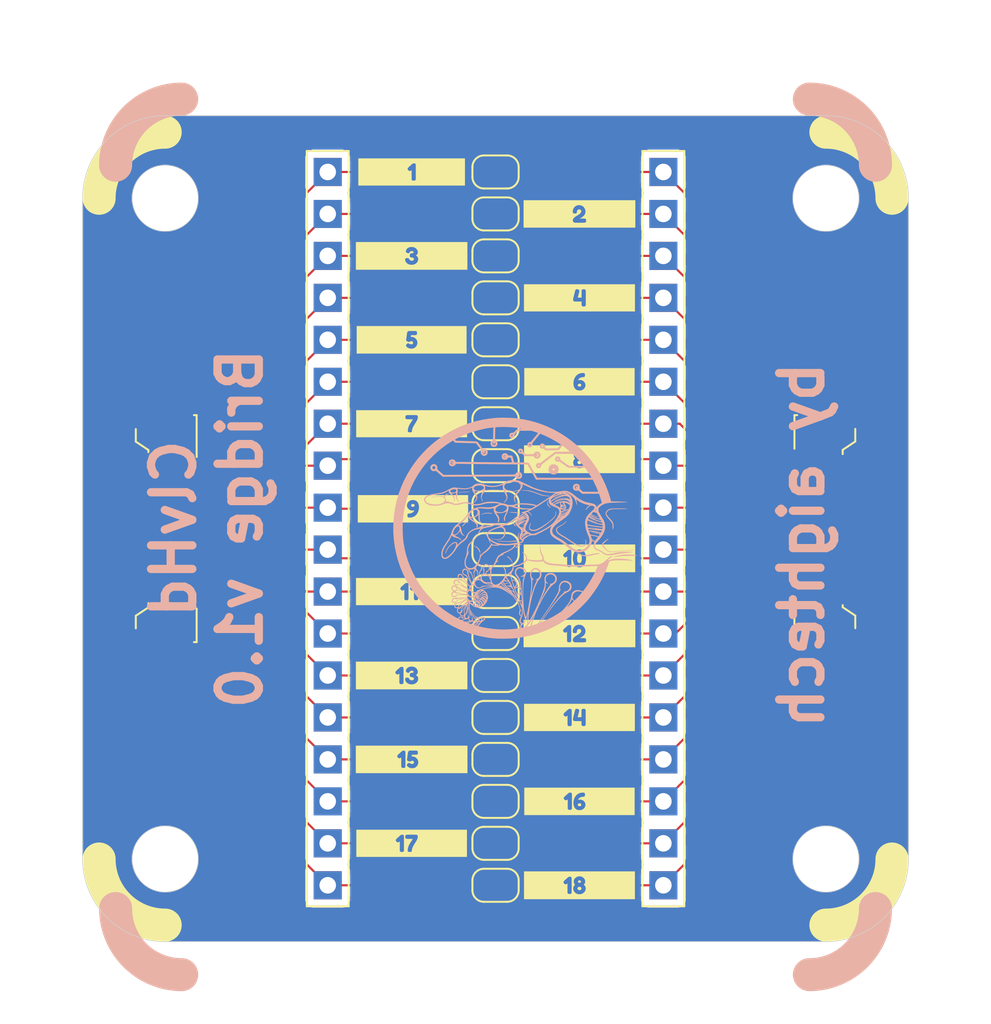
<source format=kicad_pcb>
(kicad_pcb (version 20221018) (generator pcbnew)
  (layers (0 "F.Cu" signal "Front") (1 "In1.Cu" signal) (2 "In2.Cu" signal) (31 "B.Cu" signal "Back") (34 "B.Paste" user) (35 "F.Paste" user) (36 "B.SilkS" user "B.Silkscreen") (37 "F.SilkS" user "F.Silkscreen") (38 "B.Mask" user) (39 "F.Mask" user) (44 "Edge.Cuts" user))
  (net 0 "")
  (net 1 "Net-(JP18-A)")
  (net 2 "Net-(JP17-A)")
  (net 3 "Net-(JP16-A)")
  (net 4 "Net-(JP15-A)")
  (net 5 "Net-(JP14-A)")
  (net 6 "Net-(JP13-A)")
  (net 7 "Net-(JP12-A)")
  (net 8 "Net-(JP11-A)")
  (net 9 "Net-(JP10-A)")
  (net 10 "Net-(JP9-A)")
  (net 11 "Net-(JP8-A)")
  (net 12 "Net-(JP7-A)")
  (net 13 "Net-(JP6-A)")
  (net 14 "Net-(JP5-A)")
  (net 15 "Net-(JP4-A)")
  (net 16 "Net-(JP3-A)")
  (net 17 "Net-(JP2-A)")
  (net 18 "Net-(JP1-A)")
  (net 21 "Net-(JP1-B)")
  (net 22 "Net-(JP2-B)")
  (net 23 "Net-(JP3-B)")
  (net 24 "Net-(JP4-B)")
  (net 25 "Net-(JP5-B)")
  (net 26 "Net-(JP6-B)")
  (net 27 "Net-(JP7-B)")
  (net 28 "Net-(JP8-B)")
  (net 29 "Net-(JP9-B)")
  (net 30 "Net-(JP10-B)")
  (net 31 "Net-(JP11-B)")
  (net 32 "Net-(JP12-B)")
  (net 33 "Net-(JP13-B)")
  (net 34 "Net-(JP14-B)")
  (net 35 "Net-(JP15-B)")
  (net 36 "Net-(JP16-B)")
  (net 37 "Net-(JP17-B)")
  (net 38 "Net-(JP18-B)")
  (footprint "kibuzzard-63B56FB5" (layer "F.Cu") (at 135.08 121.43)
    (fp_text reference "kibuzzard-63B56FB5" hide)
    (fp_text value "G***" hide)
  )
  (footprint "Connector_PinHeader_2.54mm:PinHeader_1x01_P2.54mm_Vertical" (layer "F.Cu") (at 140.16 123.97 180)
    (fp_text reference "TP15" hide)
    (fp_text value "TestPoint" hide)
  )
  (footprint "Jumper:SolderJumper-2_P1.3mm_Bridged_RoundedPad1.0x1.5mm" (layer "F.Cu") (at 130 108.73 180)
    (fp_text reference "JP9" hide)
    (fp_text value "SolderJumper_2_Bridged" hide)
  )
  (footprint "kibuzzard-63B56FCC" (layer "F.Cu") (at 135.08 111.8)
    (fp_text reference "kibuzzard-63B56FCC" hide)
    (fp_text value "G***" hide)
  )
  (footprint "kibuzzard-63B56F8D" (layer "F.Cu") (at 135.08 101.11)
    (fp_text reference "kibuzzard-63B56F8D" hide)
    (fp_text value "G***" hide)
  )
  (footprint "Jumper:SolderJumper-2_P1.3mm_Bridged_RoundedPad1.0x1.5mm" (layer "F.Cu") (at 130 121.43 180)
    (fp_text reference "JP14" hide)
    (fp_text value "SolderJumper_2_Bridged" hide)
  )
  (footprint "kibuzzard-63B56F28" (layer "F.Cu") (at 124.92 123.97)
    (fp_text reference "kibuzzard-63B56F28" hide)
    (fp_text value "G***" hide)
  )
  (footprint "Connector_PinHeader_2.54mm:PinHeader_1x01_P2.54mm_Vertical" (layer "F.Cu") (at 119.84 88.41)
    (fp_text reference "TP19" hide)
    (fp_text value "TestPoint" hide)
  )
  (footprint "Connector_PinHeader_2.54mm:PinHeader_1x01_P2.54mm_Vertical" (layer "F.Cu") (at 140.16 116.35 180)
    (fp_text reference "TP12" hide)
    (fp_text value "TestPoint" hide)
  )
  (footprint "Connector_PinHeader_2.54mm:PinHeader_1x01_P2.54mm_Vertical" (layer "F.Cu") (at 140.16 103.65 180)
    (fp_text reference "TP7" hide)
    (fp_text value "TestPoint" hide)
  )
  (footprint "kibuzzard-63B56D06" (layer "F.Cu") (at 124.92 93.49)
    (fp_text reference "kibuzzard-63B56D06" hide)
    (fp_text value "G***" hide)
  )
  (footprint "kibuzzard-63B56F37" (layer "F.Cu") (at 124.92 129.05)
    (fp_text reference "kibuzzard-63B56F37" hide)
    (fp_text value "G***" hide)
  )
  (footprint "Connector_PinHeader_2.54mm:PinHeader_1x01_P2.54mm_Vertical" (layer "F.Cu") (at 119.84 118.89)
    (fp_text reference "TP31" hide)
    (fp_text value "TestPoint" hide)
  )
  (footprint "Connector_PinHeader_2.54mm:PinHeader_1x01_P2.54mm_Vertical" (layer "F.Cu") (at 140.16 111.27 180)
    (fp_text reference "TP10" hide)
    (fp_text value "TestPoint" hide)
  )
  (footprint "Connector_PinHeader_2.54mm:PinHeader_1x01_P2.54mm_Vertical" (layer "F.Cu") (at 119.84 129.05)
    (fp_text reference "TP35" hide)
    (fp_text value "TestPoint" hide)
  )
  (footprint "Connector_PinHeader_2.54mm:PinHeader_1x01_P2.54mm_Vertical" (layer "F.Cu") (at 140.16 113.81 180)
    (fp_text reference "TP11" hide)
    (fp_text value "TestPoint" hide)
  )
  (footprint "Connector_PinHeader_2.54mm:PinHeader_1x01_P2.54mm_Vertical" (layer "F.Cu") (at 119.84 123.97)
    (fp_text reference "TP33" hide)
    (fp_text value "TestPoint" hide)
  )
  (footprint "Connector_PinHeader_2.54mm:PinHeader_1x01_P2.54mm_Vertical" (layer "F.Cu") (at 140.16 98.57 180)
    (fp_text reference "TP5" hide)
    (fp_text value "TestPoint" hide)
  )
  (footprint "kibuzzard-63B56D6D" (layer "F.Cu") (at 124.92 103.65)
    (fp_text reference "kibuzzard-63B56D6D" hide)
    (fp_text value "G***" hide)
  )
  (footprint "kibuzzard-63B56EBC" (layer "F.Cu") (at 124.92 113.81)
    (fp_text reference "kibuzzard-63B56EBC" hide)
    (fp_text value "G***" hide)
  )
  (footprint "Jumper:SolderJumper-2_P1.3mm_Bridged_RoundedPad1.0x1.5mm" (layer "F.Cu") (at 130 113.81 180)
    (fp_text reference "JP11" hide)
    (fp_text value "SolderJumper_2_Bridged" hide)
  )
  (footprint "Jumper:SolderJumper-2_P1.3mm_Bridged_RoundedPad1.0x1.5mm" (layer "F.Cu") (at 130 98.57 180)
    (fp_text reference "JP5" hide)
    (fp_text value "SolderJumper_2_Bridged" hide)
  )
  (footprint "Connector_PinHeader_2.54mm:PinHeader_1x01_P2.54mm_Vertical" (layer "F.Cu") (at 140.16 118.89 180)
    (fp_text reference "TP13" hide)
    (fp_text value "TestPoint" hide)
  )
  (footprint "Connector_PinHeader_2.54mm:PinHeader_1x01_P2.54mm_Vertical" (layer "F.Cu") (at 119.84 111.27)
    (fp_text reference "TP28" hide)
    (fp_text value "TestPoint" hide)
  )
  (footprint "00_Custom:XF2J-1824-12A" (layer "F.Cu") (at 151.143 114.249999 90)
    (fp_text reference "J1" hide)
    (fp_text value "XF2J-1824-12A" hide)
  )
  (footprint "Connector_PinHeader_2.54mm:PinHeader_1x01_P2.54mm_Vertical" (layer "F.Cu") (at 140.16 126.51 180)
    (fp_text reference "TP16" hide)
    (fp_text value "TestPoint" hide)
  )
  (footprint "Connector_PinHeader_2.54mm:PinHeader_1x01_P2.54mm_Vertical" (layer "F.Cu") (at 140.16 88.41 180)
    (fp_text reference "TP1" hide)
    (fp_text value "TestPoint" hide)
  )
  (footprint "Connector_PinHeader_2.54mm:PinHeader_1x01_P2.54mm_Vertical" (layer "F.Cu") (at 119.84 90.95)
    (fp_text reference "TP20" hide)
    (fp_text value "TestPoint" hide)
  )
  (footprint "Connector_PinHeader_2.54mm:PinHeader_1x01_P2.54mm_Vertical" (layer "F.Cu") (at 119.84 106.19)
    (fp_text reference "TP26" hide)
    (fp_text value "TestPoint" hide)
  )
  (footprint "Jumper:SolderJumper-2_P1.3mm_Bridged_RoundedPad1.0x1.5mm" (layer "F.Cu") (at 130 103.65 180)
    (fp_text reference "JP7" hide)
    (fp_text value "SolderJumper_2_Bridged" hide)
  )
  (footprint "Connector_PinHeader_2.54mm:PinHeader_1x01_P2.54mm_Vertical" (layer "F.Cu") (at 119.84 103.65)
    (fp_text reference "TP25" hide)
    (fp_text value "TestPoint" hide)
  )
  (footprint "Connector_PinHeader_2.54mm:PinHeader_1x01_P2.54mm_Vertical" (layer "F.Cu") (at 140.16 96.03 180)
    (fp_text reference "TP4" hide)
    (fp_text value "TestPoint" hide)
  )
  (footprint "Jumper:SolderJumper-2_P1.3mm_Bridged_RoundedPad1.0x1.5mm" (layer "F.Cu") (at 130 88.41 180)
    (fp_text reference "JP1" hide)
    (fp_text value "SolderJumper_2_Bridged" hide)
  )
  (footprint "kibuzzard-63B56FC4" (layer "F.Cu") (at 135.08 131.59)
    (fp_text reference "kibuzzard-63B56FC4" hide)
    (fp_text value "G***" hide)
  )
  (footprint "Jumper:SolderJumper-2_P1.3mm_Bridged_RoundedPad1.0x1.5mm" (layer "F.Cu") (at 130 96.03 180)
    (fp_text reference "JP4" hide)
    (fp_text value "SolderJumper_2_Bridged" hide)
  )
  (footprint "Connector_PinHeader_2.54mm:PinHeader_1x01_P2.54mm_Vertical" (layer "F.Cu") (at 119.84 126.51)
    (fp_text reference "TP34" hide)
    (fp_text value "TestPoint" hide)
  )
  (footprint "Connector_PinHeader_2.54mm:PinHeader_1x01_P2.54mm_Vertical" (layer "F.Cu") (at 119.84 116.35)
    (fp_text reference "TP30" hide)
    (fp_text value "TestPoint" hide)
  )
  (footprint "kibuzzard-63B56D79" (layer "F.Cu") (at 125 108.8)
    (fp_text reference "kibuzzard-63B56D79" hide)
    (fp_text value "G***" hide)
  )
  (footprint "kibuzzard-63B56F93" (layer "F.Cu") (at 135.08 105.8)
    (fp_text reference "kibuzzard-63B56F93" hide)
    (fp_text value "G***" hide)
  )
  (footprint "Jumper:SolderJumper-2_P1.3mm_Bridged_RoundedPad1.0x1.5mm" (layer "F.Cu") (at 130 118.89 180)
    (fp_text reference "JP13" hide)
    (fp_text value "SolderJumper_2_Bridged" hide)
  )
  (footprint "kibuzzard-63B56EF1" (layer "F.Cu") (at 124.92 118.89)
    (fp_text reference "kibuzzard-63B56EF1" hide)
    (fp_text value "G***" hide)
  )
  (footprint "kibuzzard-63B56CBF" (layer "F.Cu") (at 124.92 88.41)
    (fp_text reference "kibuzzard-63B56CBF" hide)
    (fp_text value "G***" hide)
  )
  (footprint "Connector_PinHeader_2.54mm:PinHeader_1x01_P2.54mm_Vertical" (layer "F.Cu") (at 140.16 131.59 180)
    (fp_text reference "TP18" hide)
    (fp_text value "TestPoint" hide)
  )
  (footprint "Connector_PinHeader_2.54mm:PinHeader_1x01_P2.54mm_Vertical" (layer "F.Cu") (at 119.84 98.57)
    (fp_text reference "TP23" hide)
    (fp_text value "TestPoint" hide)
  )
  (footprint "Connector_PinHeader_2.54mm:PinHeader_1x01_P2.54mm_Vertical" (layer "F.Cu") (at 140.16 106.19 180)
    (fp_text reference "TP8" hide)
    (fp_text value "TestPoint" hide)
  )
  (footprint "Connector_PinHeader_2.54mm:PinHeader_1x01_P2.54mm_Vertical" (layer "F.Cu") (at 140.16 121.43 180)
    (fp_text reference "TP14" hide)
    (fp_text value "TestPoint" hide)
  )
  (footprint "Jumper:SolderJumper-2_P1.3mm_Bridged_RoundedPad1.0x1.5mm" (layer "F.Cu") (at 130 106.19 180)
    (fp_text reference "JP8" hide)
    (fp_text value "SolderJumper_2_Bridged" hide)
  )
  (footprint "Connector_PinHeader_2.54mm:PinHeader_1x01_P2.54mm_Vertical" (layer "F.Cu") (at 119.84 131.59)
    (fp_text reference "TP36" hide)
    (fp_text value "TestPoint" hide)
  )
  (footprint "Connector_PinHeader_2.54mm:PinHeader_1x01_P2.54mm_Vertical" (layer "F.Cu") (at 140.16 90.95 180)
    (fp_text reference "TP2" hide)
    (fp_text value "TestPoint" hide)
  )
  (footprint "kibuzzard-63B56FE1" (layer "F.Cu") (at 135.08 126.51)
    (fp_text reference "kibuzzard-63B56FE1" hide)
    (fp_text value "G***" hide)
  )
  (footprint "Jumper:SolderJumper-2_P1.3mm_Bridged_RoundedPad1.0x1.5mm" (layer "F.Cu") (at 130 123.97 180)
    (fp_text reference "JP15" hide)
    (fp_text value "SolderJumper_2_Bridged" hide)
  )
  (footprint "Jumper:SolderJumper-2_P1.3mm_Bridged_RoundedPad1.0x1.5mm" (layer "F.Cu") (at 130 126.51 180)
    (fp_text reference "JP16" hide)
    (fp_text value "SolderJumper_2_Bridged" hide)
  )
  (footprint "Connector_PinHeader_2.54mm:PinHeader_1x01_P2.54mm_Vertical" (layer "F.Cu") (at 140.16 101.11 180)
    (fp_text reference "TP6" hide)
    (fp_text value "TestPoint" hide)
  )
  (footprint "Connector_PinHeader_2.54mm:PinHeader_1x01_P2.54mm_Vertical" (layer "F.Cu") (at 119.84 96.03)
    (fp_text reference "TP22" hide)
    (fp_text value "TestPoint" hide)
  )
  (footprint "Jumper:SolderJumper-2_P1.3mm_Bridged_RoundedPad1.0x1.5mm" (layer "F.Cu") (at 130 111.27 180)
    (fp_text reference "JP10" hide)
    (fp_text value "SolderJumper_2_Bridged" hide)
  )
  (footprint "00_Custom:XF2J-1824-12A" (layer "F.Cu") (at 108.857 105.750001 -90)
    (fp_text reference "J2" hide)
    (fp_text value "XF2J-1824-12A" hide)
  )
  (footprint "Jumper:SolderJumper-2_P1.3mm_Bridged_RoundedPad1.0x1.5mm" (layer "F.Cu") (at 130 90.95 180)
    (fp_text reference "JP2" hide)
    (fp_text value "SolderJumper_2_Bridged" hide)
  )
  (footprint "Connector_PinHeader_2.54mm:PinHeader_1x01_P2.54mm_Vertical" (layer "F.Cu") (at 119.84 121.43)
    (fp_text reference "TP32" hide)
    (fp_text value "TestPoint" hide)
  )
  (footprint "kibuzzard-63B56F84" (layer "F.Cu") (at 135.08 96.03)
    (fp_text reference "kibuzzard-63B56F84" hide)
    (fp_text value "G***" hide)
  )
  (footprint "Connector_PinHeader_2.54mm:PinHeader_1x01_P2.54mm_Vertical" (layer "F.Cu") (at 119.84 113.81)
    (fp_text reference "TP29" hide)
    (fp_text value "TestPoint" hide)
  )
  (footprint "Jumper:SolderJumper-2_P1.3mm_Bridged_RoundedPad1.0x1.5mm" (layer "F.Cu") (at 130 129.05 180)
    (fp_text reference "JP17" hide)
    (fp_text value "SolderJumper_2_Bridged" hide)
  )
  (footprint "Connector_PinHeader_2.54mm:PinHeader_1x01_P2.54mm_Vertical" (layer "F.Cu") (at 119.84 93.49)
    (fp_text reference "TP21" hide)
    (fp_text value "TestPoint" hide)
  )
  (footprint "kibuzzard-63B56FD6" (layer "F.Cu") (at 135.08 116.35)
    (fp_text reference "kibuzzard-63B56FD6" hide)
    (fp_text value "G***" hide)
  )
  (footprint "Connector_PinHeader_2.54mm:PinHeader_1x01_P2.54mm_Vertical" (layer "F.Cu") (at 119.84 101.11)
    (fp_text reference "TP24" hide)
    (fp_text value "TestPoint" hide)
  )
  (footprint "Jumper:SolderJumper-2_P1.3mm_Bridged_RoundedPad1.0x1.5mm" (layer "F.Cu") (at 130 131.59 180)
    (fp_text reference "JP18" hide)
    (fp_text value "SolderJumper_2_Bridged" hide)
  )
  (footprint "kibuzzard-63B56F80" (layer "F.Cu") (at 135.08 90.95)
    (fp_text reference "kibuzzard-63B56F80" hide)
    (fp_text value "G***" hide)
  )
  (footprint "kibuzzard-63B56D3C" (layer "F.Cu") (at 124.92 98.57)
    (fp_text reference "kibuzzard-63B56D3C" hide)
    (fp_text value "G***" hide)
  )
  (footprint "Connector_PinHeader_2.54mm:PinHeader_1x01_P2.54mm_Vertical" (layer "F.Cu") (at 119.84 108.73)
    (fp_text reference "TP27" hide)
    (fp_text value "TestPoint" hide)
  )
  (footprint "Connector_PinHeader_2.54mm:PinHeader_1x01_P2.54mm_Vertical" (layer "F.Cu") (at 140.16 129.05 180)
    (fp_text reference "TP17" hide)
    (fp_text value "TestPoint" hide)
  )
  (footprint "Jumper:SolderJumper-2_P1.3mm_Bridged_RoundedPad1.0x1.5mm" (layer "F.Cu") (at 130 101.11 180)
    (fp_text reference "JP6" hide)
    (fp_text value "SolderJumper_2_Bridged" hide)
  )
  (footprint "Jumper:SolderJumper-2_P1.3mm_Bridged_RoundedPad1.0x1.5mm" (layer "F.Cu") (at 130 116.35 180)
    (fp_text reference "JP12" hide)
    (fp_text value "SolderJumper_2_Bridged" hide)
  )
  (footprint "Jumper:SolderJumper-2_P1.3mm_Bridged_RoundedPad1.0x1.5mm" (layer "F.Cu") (at 130 93.49 180)
    (fp_text reference "JP3" hide)
    (fp_text value "SolderJumper_2_Bridged" hide)
  )
  (footprint "Connector_PinHeader_2.54mm:PinHeader_1x01_P2.54mm_Vertical" (layer "F.Cu") (at 140.16 108.73 180)
    (fp_text reference "TP9" hide)
    (fp_text value "TestPoint" hide)
  )
  (footprint "Connector_PinHeader_2.54mm:PinHeader_1x01_P2.54mm_Vertical" (layer "F.Cu") (at 140.16 93.49 180)
    (fp_text reference "TP3" hide)
    (fp_text value "TestPoint" hide)
  )
  (footprint "LOGO" (layer "B.Cu") (at 131 110 -90)
    (fp_text reference "G***" hide)
    (fp_text value "LOGO" hide)
  )
  (gr_arc (start 149 84) (mid 151.828427 85.171573) (end 153 88) (stroke (width 2)) (layer "B.SilkS"))
  (gr_arc (start 111 137) (mid 108.171573 135.828427) (end 107 133) (stroke (width 2)) (layer "B.SilkS"))
  (gr_arc (start 107 88) (mid 108.171573 85.171573) (end 111 84) (stroke (width 2)) (layer "B.SilkS"))
  (gr_arc (start 153 133) (mid 151.828427 135.828427) (end 149 137) (stroke (width 2)) (layer "B.SilkS"))
  (gr_arc (start 150 86) (mid 152.828427 87.171573) (end 154 90) (stroke (width 2)) (layer "F.SilkS"))
  (gr_line (start 118.57 87.14) (end 121.11 87.14) (stroke (width 0.12)) (layer "F.SilkS"))
  (gr_arc (start 154 130) (mid 152.828427 132.828427) (end 150 134) (stroke (width 2)) (layer "F.SilkS"))
  (gr_line (start 138.89 132.86) (end 141.43 132.86) (stroke (width 0.12)) (layer "F.SilkS"))
  (gr_arc (start 110 134) (mid 107.171573 132.828427) (end 106 130) (stroke (width 2)) (layer "F.SilkS"))
  (gr_line (start 138.89 87.14) (end 141.43 87.14) (stroke (width 0.12)) (layer "F.SilkS"))
  (gr_arc (start 106 90) (mid 107.171573 87.171573) (end 110 86) (stroke (width 2)) (layer "F.SilkS"))
  (gr_line (start 118.57 132.86) (end 121.11 132.86) (stroke (width 0.12)) (layer "F.SilkS"))
  (gr_circle (center 110 90) (end 112 90) (stroke (width 0.0381)) (fill none) (layer "Edge.Cuts"))
  (gr_line (start 105 130) (end 105 90) (stroke (width 0.0381)) (layer "Edge.Cuts"))
  (gr_circle (center 150 90) (end 152 90) (stroke (width 0.0381)) (fill none) (layer "Edge.Cuts"))
  (gr_line (start 110 85) (end 150 85) (stroke (width 0.0381)) (layer "Edge.Cuts"))
  (gr_circle (center 150 130) (end 152 130) (stroke (width 0.0381)) (fill none) (layer "Edge.Cuts"))
  (gr_arc (start 110 135) (mid 106.464466 133.535534) (end 105 130) (stroke (width 0.0381)) (layer "Edge.Cuts"))
  (gr_arc (start 105 90) (mid 106.464466 86.464466) (end 110 85) (stroke (width 0.0381)) (layer "Edge.Cuts"))
  (gr_circle (center 110 130) (end 112 130) (stroke (width 0.0381)) (fill none) (layer "Edge.Cuts"))
  (gr_line (start 150 135) (end 110 135) (stroke (width 0.0381)) (layer "Edge.Cuts"))
  (gr_line (start 155 90) (end 155 130) (stroke (width 0.0381)) (layer "Edge.Cuts"))
  (gr_arc (start 155 130) (mid 153.535534 133.535534) (end 150 135) (stroke (width 0.0381)) (layer "Edge.Cuts"))
  (gr_arc (start 150 85) (mid 153.535534 86.464466) (end 155 90) (stroke (width 0.0381)) (layer "Edge.Cuts"))
  (gr_text "ClvHd\nBridge v1.0" (at 116 110 90) (layer "B.SilkS") (effects (font (size 2.5 2.5) (thickness 0.5) bold) (justify bottom mirror)))
  (gr_text "by aightech" (at 150 111 90) (layer "B.SilkS") (effects (font (size 2.5 2.5) (thickness 0.5) bold) (justify bottom mirror)))
  (segment (start 151.143 114.249999) (end 150.892999 114.5) (width 0.127) (layer "F.Cu") (net 1))
  (segment (start 147.5 124.25) (end 140.16 131.59) (width 0.127) (layer "F.Cu") (net 1))
  (segment (start 148.46975 114.5) (end 147.5 115.46975) (width 0.127) (layer "F.Cu") (net 1))
  (segment (start 150.892999 114.5) (end 148.46975 114.5) (width 0.127) (layer "F.Cu") (net 1))
  (segment (start 147.5 115.46975) (end 147.5 124.25) (width 0.127) (layer "F.Cu") (net 1))
  (segment (start 140.16 131.59) (end 130.65 131.59) (width 0.127) (layer "F.Cu") (net 1))
  (segment (start 148.73 113.75) (end 148.24 113.75) (width 0.127) (layer "F.Cu") (net 2))
  (segment (start 130.65 129.05) (end 140.16 129.05) (width 0.127) (layer "F.Cu") (net 2))
  (segment (start 146.5 115.49) (end 146.5 122.71) (width 0.127) (layer "F.Cu") (net 2))
  (segment (start 148.24 113.75) (end 146.5 115.49) (width 0.127) (layer "F.Cu") (net 2))
  (segment (start 146.5 122.71) (end 140.16 129.05) (width 0.127) (layer "F.Cu") (net 2))
  (segment (start 147.749999 113.250001) (end 145.5 115.5) (width 0.127) (layer "F.Cu") (net 3))
  (segment (start 145.5 121.17) (end 140.16 126.51) (width 0.127) (layer "F.Cu") (net 3))
  (segment (start 145.5 115.5) (end 145.5 121.17) (width 0.127) (layer "F.Cu") (net 3))
  (segment (start 151.143 113.250001) (end 147.749999 113.250001) (width 0.127) (layer "F.Cu") (net 3))
  (segment (start 140.16 126.51) (end 130.65 126.51) (width 0.127) (layer "F.Cu") (net 3))
  (segment (start 147.250001 112.749999) (end 144.5 115.5) (width 0.127) (layer "F.Cu") (net 4))
  (segment (start 148.73 112.749999) (end 147.250001 112.749999) (width 0.127) (layer "F.Cu") (net 4))
  (segment (start 144.5 115.5) (end 144.5 119.63) (width 0.127) (layer "F.Cu") (net 4))
  (segment (start 130.65 123.97) (end 140.16 123.97) (width 0.127) (layer "F.Cu") (net 4))
  (segment (start 144.5 119.63) (end 140.16 123.97) (width 0.127) (layer "F.Cu") (net 4))
  (segment (start 140.16 121.43) (end 130.65 121.43) (width 0.127) (layer "F.Cu") (net 5))
  (segment (start 151.143 112.25) (end 146.875 112.25) (width 0.127) (layer "F.Cu") (net 5))
  (segment (start 143.5 115.625) (end 143.5 118.09) (width 0.127) (layer "F.Cu") (net 5))
  (segment (start 143.5 118.09) (end 140.16 121.43) (width 0.127) (layer "F.Cu") (net 5))
  (segment (start 146.875 112.25) (end 143.5 115.625) (width 0.127) (layer "F.Cu") (net 5))
  (segment (start 142.5 115.75) (end 142.5 116.55) (width 0.127) (layer "F.Cu") (net 6))
  (segment (start 146.500001 111.749999) (end 142.5 115.75) (width 0.127) (layer "F.Cu") (net 6))
  (segment (start 142.5 116.55) (end 140.16 118.89) (width 0.127) (layer "F.Cu") (net 6))
  (segment (start 148.73 111.749999) (end 146.500001 111.749999) (width 0.127) (layer "F.Cu") (net 6))
  (segment (start 130.65 118.89) (end 140.16 118.89) (width 0.127) (layer "F.Cu") (net 6))
  (segment (start 146 111.25) (end 151.143 111.25) (width 0.127) (layer "F.Cu") (net 7))
  (segment (start 140.9 116.35) (end 146 111.25) (width 0.127) (layer "F.Cu") (net 7))
  (segment (start 140.16 116.35) (end 140.9 116.35) (width 0.127) (layer "F.Cu") (net 7))
  (segment (start 130.65 116.35) (end 140.16 116.35) (width 0.127) (layer "F.Cu") (net 7))
  (segment (start 140.16 113.81) (end 130.65 113.81) (width 0.127) (layer "F.Cu") (net 8))
  (segment (start 145.499999 110.750001) (end 142.44 113.81) (width 0.127) (layer "F.Cu") (net 8))
  (segment (start 142.44 113.81) (end 140.16 113.81) (width 0.127) (layer "F.Cu") (net 8))
  (segment (start 148.73 110.750001) (end 145.499999 110.750001) (width 0.127) (layer "F.Cu") (net 8))
  (segment (start 145 110.25) (end 143.98 111.27) (width 0.127) (layer "F.Cu") (net 9))
  (segment (start 151.143 110.249999) (end 145 110.25) (width 0.127) (layer "F.Cu") (net 9))
  (segment (start 139.635026 111.794974) (end 140.16 111.27) (width 0.127) (layer "F.Cu") (net 9))
  (segment (start 130.250002 111.794974) (end 139.635026 111.794974) (width 0.127) (layer "F.Cu") (net 9))
  (segment (start 143.98 111.27) (end 140.16 111.27) (width 0.127) (layer "F.Cu") (net 9))
  (segment (start 140.16 108.73) (end 140.095026 108.794974) (width 0.127) (layer "F.Cu") (net 10))
  (segment (start 148.73 109.75) (end 144.25 109.75) (width 0.127) (layer "F.Cu") (net 10))
  (segment (start 144.25 109.75) (end 143.23 108.73) (width 0.127) (layer "F.Cu") (net 10))
  (segment (start 143.23 108.73) (end 140.16 108.73) (width 0.127) (layer "F.Cu") (net 10))
  (segment (start 140.095026 108.794974) (end 130.400002 108.794974) (width 0.127) (layer "F.Cu") (net 10))
  (segment (start 130.65 106.19) (end 131.045026 105.794974) (width 0.127) (layer "F.Cu") (net 11))
  (segment (start 131.045026 105.794974) (end 139.764974 105.794974) (width 0.127) (layer "F.Cu") (net 11))
  (segment (start 144.750001 109.250001) (end 141.69 106.19) (width 0.127) (layer "F.Cu") (net 11))
  (segment (start 139.764974 105.794974) (end 140.16 106.19) (width 0.127) (layer "F.Cu") (net 11))
  (segment (start 151.143 109.250001) (end 144.750001 109.250001) (width 0.127) (layer "F.Cu") (net 11))
  (segment (start 141.69 106.19) (end 140.16 106.19) (width 0.127) (layer "F.Cu") (net 11))
  (segment (start 145.25 108.75) (end 143.25 106.75) (width 0.127) (layer "F.Cu") (net 12))
  (segment (start 141.15 103.65) (end 140.16 103.65) (width 0.127) (layer "F.Cu") (net 12))
  (segment (start 143.25 106.75) (end 143.25 105.75) (width 0.127) (layer "F.Cu") (net 12))
  (segment (start 143.25 105.75) (end 141.15 103.65) (width 0.127) (layer "F.Cu") (net 12))
  (segment (start 140.16 103.65) (end 130.65 103.65) (width 0.127) (layer "F.Cu") (net 12))
  (segment (start 148.73 108.75) (end 145.25 108.75) (width 0.127) (layer "F.Cu") (net 12))
  (segment (start 144 104.95) (end 140.16 101.11) (width 0.127) (layer "F.Cu") (net 13))
  (segment (start 144 106.5) (end 144 104.95) (width 0.127) (layer "F.Cu") (net 13))
  (segment (start 130.65 101.11) (end 140.16 101.11) (width 0.127) (layer "F.Cu") (net 13))
  (segment (start 151.143 108.250001) (end 145.750001 108.250001) (width 0.127) (layer "F.Cu") (net 13))
  (segment (start 145.750001 108.250001) (end 144 106.5) (width 0.127) (layer "F.Cu") (net 13))
  (segment (start 148.73 107.749999) (end 146.249999 107.749999) (width 0.127) (layer "F.Cu") (net 14))
  (segment (start 140.16 98.57) (end 130.65 98.57) (width 0.127) (layer "F.Cu") (net 14))
  (segment (start 144.75 106.25) (end 144.75 103.16) (width 0.127) (layer "F.Cu") (net 14))
  (segment (start 144.75 103.16) (end 140.16 98.57) (width 0.127) (layer "F.Cu") (net 14))
  (segment (start 146.249999 107.749999) (end 144.75 106.25) (width 0.127) (layer "F.Cu") (net 14))
  (segment (start 130.65 96.03) (end 140.16 96.03) (width 0.127) (layer "F.Cu") (net 15))
  (segment (start 145.5 106) (end 145.5 101.37) (width 0.127) (layer "F.Cu") (net 15))
  (segment (start 151.143 107.25) (end 146.75 107.25) (width 0.127) (layer "F.Cu") (net 15))
  (segment (start 145.5 101.37) (end 140.16 96.03) (width 0.127) (layer "F.Cu") (net 15))
  (segment (start 146.75 107.25) (end 145.5 106) (width 0.127) (layer "F.Cu") (net 15))
  (segment (start 146.25 105.75) (end 146.25 99.58) (width 0.127) (layer "F.Cu") (net 16))
  (segment (start 147.250001 106.750001) (end 146.25 105.75) (width 0.127) (layer "F.Cu") (net 16))
  (segment (start 148.73 106.750001) (end 147.250001 106.750001) (width 0.127) (layer "F.Cu") (net 16))
  (segment (start 146.25 99.58) (end 140.16 93.49) (width 0.127) (layer "F.Cu") (net 16))
  (segment (start 140.16 93.49) (end 130.65 93.49) (width 0.127) (layer "F.Cu") (net 16))
  (segment (start 147 105.5) (end 147 97.79) (width 0.127) (layer "F.Cu") (net 17))
  (segment (start 151.143 106.25) (end 147.75 106.25) (width 0.127) (layer "F.Cu") (net 17))
  (segment (start 147.75 106.25) (end 147 105.5) (width 0.127) (layer "F.Cu") (net 17))
  (segment (start 130.65 90.95) (end 140.16 90.95) (width 0.127) (layer "F.Cu") (net 17))
  (segment (start 147 97.79) (end 140.16 90.95) (width 0.127) (layer "F.Cu") (net 17))
  (segment (start 147.78 104.800001) (end 147.78 96.03) (width 0.127) (layer "F.Cu") (net 18))
  (segment (start 148.73 105.750001) (end 147.78 104.800001) (width 0.127) (layer "F.Cu") (net 18))
  (segment (start 130.65 88.41) (end 140.16 88.41) (width 0.127) (layer "F.Cu") (net 18))
  (segment (start 147.78 96.03) (end 140.16 88.41) (width 0.127) (layer "F.Cu") (net 18))
  (segment (start 110.810499 105.750001) (end 112 104.5605) (width 0.127) (layer "F.Cu") (net 21))
  (segment (start 119.84 88.41) (end 129.35 88.41) (width 0.127) (layer "F.Cu") (net 21))
  (segment (start 112 104.5605) (end 112 96.25) (width 0.127) (layer "F.Cu") (net 21))
  (segment (start 108.857 105.750001) (end 110.810499 105.750001) (width 0.127) (layer "F.Cu") (net 21))
  (segment (start 112 96.25) (end 119.84 88.41) (width 0.127) (layer "F.Cu") (net 21))
  (segment (start 111.75 106.25) (end 113 105) (width 0.127) (layer "F.Cu") (net 22))
  (segment (start 113 97.79) (end 119.84 90.95) (width 0.127) (layer "F.Cu") (net 22))
  (segment (start 113 105) (end 113 97.79) (width 0.127) (layer "F.Cu") (net 22))
  (segment (start 111.27 106.25) (end 111.75 106.25) (width 0.127) (layer "F.Cu") (net 22))
  (segment (start 119.84 90.95) (end 124.92 90.95) (width 0.127) (layer "F.Cu") (net 22))
  (segment (start 124.92 90.95) (end 129.35 90.95) (width 0.127) (layer "F.Cu") (net 22))
  (segment (start 108.857 106.749999) (end 112.500001 106.749999) (width 0.127) (layer "F.Cu") (net 23))
  (segment (start 119.84 93.49) (end 129.35 93.49) (width 0.127) (layer "F.Cu") (net 23))
  (segment (start 114 105.25) (end 114 99.33) (width 0.127) (layer "F.Cu") (net 23))
  (segment (start 112.500001 106.749999) (end 114 105.25) (width 0.127) (layer "F.Cu") (net 23))
  (segment (start 114 99.33) (end 119.84 93.49) (width 0.127) (layer "F.Cu") (net 23))
  (segment (start 113.249999 107.250001) (end 115 105.5) (width 0.127) (layer "F.Cu") (net 24))
  (segment (start 119.84 96.03) (end 129.35 96.03) (width 0.127) (layer "F.Cu") (net 24))
  (segment (start 115 100.87) (end 119.84 96.03) (width 0.127) (layer "F.Cu") (net 24))
  (segment (start 111.27 107.250001) (end 113.249999 107.250001) (width 0.127) (layer "F.Cu") (net 24))
  (segment (start 115 105.5) (end 115 100.87) (width 0.127) (layer "F.Cu") (net 24))
  (segment (start 116 105.5) (end 116 102.41) (width 0.127) (layer "F.Cu") (net 25))
  (segment (start 108.857 107.75) (end 113.75 107.75) (width 0.127) (layer "F.Cu") (net 25))
  (segment (start 116 102.41) (end 119.84 98.57) (width 0.127) (layer "F.Cu") (net 25))
  (segment (start 113.75 107.75) (end 116 105.5) (width 0.127) (layer "F.Cu") (net 25))
  (segment (start 119.84 98.57) (end 129.35 98.57) (width 0.127) (layer "F.Cu") (net 25))
  (segment (start 117 105.5) (end 117 103.95) (width 0.127) (layer "F.Cu") (net 26))
  (segment (start 117 103.95) (end 119.84 101.11) (width 0.127) (layer "F.Cu") (net 26))
  (segment (start 114.249999 108.250001) (end 117 105.5) (width 0.127) (layer "F.Cu") (net 26))
  (segment (start 119.84 101.11) (end 129.35 101.11) (width 0.127) (layer "F.Cu") (net 26))
  (segment (start 111.27 108.250001) (end 114.249999 108.250001) (width 0.127) (layer "F.Cu") (net 26))
  (segment (start 108.857 108.75) (end 114.75 108.75) (width 0.127) (layer "F.Cu") (net 27))
  (segment (start 119.84 103.65) (end 129.35 103.65) (width 0.127) (layer "F.Cu") (net 27))
  (segment (start 114.75 108.75) (end 118 105.5) (width 0.127) (layer "F.Cu") (net 27))
  (segment (start 118 105.49) (end 119.84 103.65) (width 0.127) (layer "F.Cu") (net 27))
  (segment (start 118 105.5) (end 118 105.49) (width 0.127) (layer "F.Cu") (net 27))
  (segment (start 119.84 106.19) (end 120.235026 105.794974) (width 0.127) (layer "F.Cu") (net 28))
  (segment (start 118.31 106.19) (end 119.84 106.19) (width 0.127) (layer "F.Cu") (net 28))
  (segment (start 111.27 109.249999) (end 115.250001 109.249999) (width 0.127) (layer "F.Cu") (net 28))
  (segment (start 120.235026 105.794974) (end 128.954974 105.794974) (width 0.127) (layer "F.Cu") (net 28))
  (segment (start 115.250001 109.249999) (end 118.31 106.19) (width 0.127) (layer "F.Cu") (net 28))
  (segment (start 128.954974 105.794974) (end 129.35 106.19) (width 0.127) (layer "F.Cu") (net 28))
  (segment (start 116.77 108.73) (end 119.84 108.73) (width 0.127) (layer "F.Cu") (net 29))
  (segment (start 119.84 108.73) (end 119.904974 108.794974) (width 0.127) (layer "F.Cu") (net 29))
  (segment (start 108.857 109.750001) (end 115.749999 109.750001) (width 0.127) (layer "F.Cu") (net 29))
  (segment (start 115.749999 109.750001) (end 116.77 108.73) (width 0.127) (layer "F.Cu") (net 29))
  (segment (start 119.904974 108.794974) (end 129.100002 108.794974) (width 0.127) (layer "F.Cu") (net 29))
  (segment (start 119.84 111.27) (end 120.364974 111.794974) (width 0.127) (layer "F.Cu") (net 30))
  (segment (start 117.27 111.27) (end 119.84 111.27) (width 0.127) (layer "F.Cu") (net 30))
  (segment (start 111.27 110.25) (end 116.25 110.25) (width 0.127) (layer "F.Cu") (net 30))
  (segment (start 120.364974 111.794974) (end 128.950002 111.794974) (width 0.127) (layer "F.Cu") (net 30))
  (segment (start 116.25 110.25) (end 117.27 111.27) (width 0.127) (layer "F.Cu") (net 30))
  (segment (start 119.84 113.81) (end 129.35 113.81) (width 0.127) (layer "F.Cu") (net 31))
  (segment (start 108.857 110.749999) (end 115.451256 110.749999) (width 0.127) (layer "F.Cu") (net 31))
  (segment (start 115.451256 110.749999) (end 118.511257 113.81) (width 0.127) (layer "F.Cu") (net 31))
  (segment (start 118.511257 113.81) (end 119.84 113.81) (width 0.127) (layer "F.Cu") (net 31))
  (segment (start 114.75 111.25) (end 118 114.5) (width 0.127) (layer "F.Cu") (net 32))
  (segment (start 118 114.51) (end 119.84 116.35) (width 0.127) (layer "F.Cu") (net 32))
  (segment (start 111.27 111.25) (end 114.75 111.25) (width 0.127) (layer "F.Cu") (net 32))
  (segment (start 118 114.5) (end 118 114.51) (width 0.127) (layer "F.Cu") (net 32))
  (segment (start 119.84 116.35) (end 129.35 116.35) (width 0.127) (layer "F.Cu") (net 32))
  (segment (start 114.249999 111.749999) (end 117 114.5) (width 0.127) (layer "F.Cu") (net 33))
  (segment (start 108.857 111.749999) (end 114.249999 111.749999) (width 0.127) (layer "F.Cu") (net 33))
  (segment (start 129.35 118.89) (end 119.84 118.89) (width 0.127) (layer "F.Cu") (net 33))
  (segment (start 117 114.5) (end 117 116.05) (width 0.127) (layer "F.Cu") (net 33))
  (segment (start 117 116.05) (end 119.84 118.89) (width 0.127) (layer "F.Cu") (net 33))
  (segment (start 113.750001 112.250001) (end 116 114.5) (width 0.127) (layer "F.Cu") (net 34))
  (segment (start 116 114.5) (end 116 117.59) (width 0.127) (layer "F.Cu") (net 34))
  (segment (start 119.84 121.43) (end 129.35 121.43) (width 0.127) (layer "F.Cu") (net 34))
  (segment (start 111.27 112.250001) (end 113.750001 112.250001) (width 0.127) (layer "F.Cu") (net 34))
  (segment (start 116 117.59) (end 119.84 121.43) (width 0.127) (layer "F.Cu") (net 34))
  (segment (start 108.857 112.75) (end 113.25 112.75) (width 0.127) (layer "F.Cu") (net 35))
  (segment (start 115 119.13) (end 119.84 123.97) (width 0.127) (layer "F.Cu") (net 35))
  (segment (start 129.35 123.97) (end 119.84 123.97) (width 0.127) (layer "F.Cu") (net 35))
  (segment (start 115 114.5) (end 115 119.13) (width 0.127) (layer "F.Cu") (net 35))
  (segment (start 113.25 112.75) (end 115 114.5) (width 0.127) (layer "F.Cu") (net 35))
  (segment (start 112.749999 113.249999) (end 114 114.5) (width 0.127) (layer "F.Cu") (net 36))
  (segment (start 119.84 126.51) (end 126.19 126.51) (width 0.127) (layer "F.Cu") (net 36))
  (segment (start 114 114.5) (end 114 120.67) (width 0.127) (layer "F.Cu") (net 36))
  (segment (start 111.27 113.249999) (end 112.749999 113.249999) (width 0.127) (layer "F.Cu") (net 36))
  (segment (start 126.19 126.51) (end 129.35 126.51) (width 0.127) (layer "F.Cu") (net 36))
  (segment (start 114 120.67) (end 119.84 126.51) (width 0.127) (layer "F.Cu") (net 36))
  (segment (start 112.25 113.75) (end 113 114.5) (width 0.127) (layer "F.Cu") (net 37))
  (segment (start 113 114.5) (end 113 122.21) (width 0.127) (layer "F.Cu") (net 37))
  (segment (start 108.857 113.75) (end 112.25 113.75) (width 0.127) (layer "F.Cu") (net 37))
  (segment (start 113 122.21) (end 119.84 129.05) (width 0.127) (layer "F.Cu") (net 37))
  (segment (start 129.35 129.05) (end 119.84 129.05) (width 0.127) (layer "F.Cu") (net 37))
  (segment (start 119.84 131.59) (end 129.35 131.59) (width 0.127) (layer "F.Cu") (net 38))
  (segment (start 111.6521 114.6521) (end 112 115) (width 0.127) (layer "F.Cu") (net 38))
  (segment (start 112 115) (end 112 123.75) (width 0.127) (layer "F.Cu") (net 38))
  (segment (start 112 123.75) (end 119.84 131.59) (width 0.127) (layer "F.Cu") (net 38))
  (segment (start 111.27 114.249999) (end 111.6521 114.632099) (width 0.127) (layer "F.Cu") (net 38))
  (segment (start 111.6521 114.632099) (end 111.6521 114.6521) (width 0.127) (layer "F.Cu") (net 38))
  (zone (net 0) (net_name "") (layers "F.Cu" "In1.Cu" "In2.Cu" "B.Cu") (name "GND") (connect_pads (clearance 0.508)) (min_thickness 0.254) (fill yes (thermal_gap 0.508) (thermal_bridge_width 0.508) (island_removal_mode 1) (island_area_min 10))
    (polygon (pts (xy 160 140) (xy 100 140) (xy 100 78) (xy 160 78)))
  )
)
</source>
